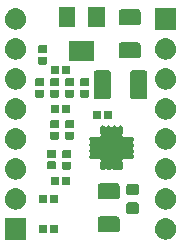
<source format=gts>
%TF.GenerationSoftware,KiCad,Pcbnew,6.0.0-rc1-unknown-2c0fe8f~66~ubuntu18.04.1*%
%TF.CreationDate,2018-10-10T11:30:18+02:00*%
%TF.ProjectId,stspin220,73747370696E3232302E6B696361645F,rev?*%
%TF.SameCoordinates,Original*%
%TF.FileFunction,Soldermask,Top*%
%TF.FilePolarity,Negative*%
%FSLAX46Y46*%
G04 Gerber Fmt 4.6, Leading zero omitted, Abs format (unit mm)*
G04 Created by KiCad (PCBNEW 6.0.0-rc1-unknown-2c0fe8f~66~ubuntu18.04.1) date Wed Oct 10 11:30:18 2018*
%MOMM*%
%LPD*%
G01*
G04 APERTURE LIST*
%ADD10C,0.100000*%
G04 APERTURE END LIST*
D10*
G36*
X149970443Y-113405519D02*
X150036627Y-113412037D01*
X150149853Y-113446384D01*
X150206467Y-113463557D01*
X150305328Y-113516400D01*
X150362991Y-113547222D01*
X150398729Y-113576552D01*
X150500186Y-113659814D01*
X150583448Y-113761271D01*
X150612778Y-113797009D01*
X150612779Y-113797011D01*
X150696443Y-113953533D01*
X150704372Y-113979671D01*
X150747963Y-114123373D01*
X150765359Y-114300000D01*
X150747963Y-114476627D01*
X150724969Y-114552429D01*
X150696443Y-114646467D01*
X150622348Y-114785087D01*
X150612778Y-114802991D01*
X150583448Y-114838729D01*
X150500186Y-114940186D01*
X150398729Y-115023448D01*
X150362991Y-115052778D01*
X150362989Y-115052779D01*
X150206467Y-115136443D01*
X150149853Y-115153616D01*
X150036627Y-115187963D01*
X149970442Y-115194482D01*
X149904260Y-115201000D01*
X149815740Y-115201000D01*
X149749558Y-115194482D01*
X149683373Y-115187963D01*
X149570147Y-115153616D01*
X149513533Y-115136443D01*
X149357011Y-115052779D01*
X149357009Y-115052778D01*
X149321271Y-115023448D01*
X149219814Y-114940186D01*
X149136552Y-114838729D01*
X149107222Y-114802991D01*
X149097652Y-114785087D01*
X149023557Y-114646467D01*
X148995031Y-114552429D01*
X148972037Y-114476627D01*
X148954641Y-114300000D01*
X148972037Y-114123373D01*
X149015628Y-113979671D01*
X149023557Y-113953533D01*
X149107221Y-113797011D01*
X149107222Y-113797009D01*
X149136552Y-113761271D01*
X149219814Y-113659814D01*
X149321271Y-113576552D01*
X149357009Y-113547222D01*
X149414672Y-113516400D01*
X149513533Y-113463557D01*
X149570147Y-113446384D01*
X149683373Y-113412037D01*
X149749557Y-113405519D01*
X149815740Y-113399000D01*
X149904260Y-113399000D01*
X149970443Y-113405519D01*
X149970443Y-113405519D01*
G37*
G36*
X138061000Y-115201000D02*
X136259000Y-115201000D01*
X136259000Y-113399000D01*
X138061000Y-113399000D01*
X138061000Y-115201000D01*
X138061000Y-115201000D01*
G37*
G36*
X139725938Y-113931716D02*
X139746556Y-113937970D01*
X139765556Y-113948126D01*
X139782208Y-113961792D01*
X139795874Y-113978444D01*
X139806030Y-113997444D01*
X139812284Y-114018062D01*
X139815000Y-114045640D01*
X139815000Y-114554360D01*
X139812284Y-114581938D01*
X139806030Y-114602556D01*
X139795874Y-114621556D01*
X139782208Y-114638208D01*
X139765556Y-114651874D01*
X139746556Y-114662030D01*
X139725938Y-114668284D01*
X139698360Y-114671000D01*
X139239640Y-114671000D01*
X139212062Y-114668284D01*
X139191444Y-114662030D01*
X139172444Y-114651874D01*
X139155792Y-114638208D01*
X139142126Y-114621556D01*
X139131970Y-114602556D01*
X139125716Y-114581938D01*
X139123000Y-114554360D01*
X139123000Y-114045640D01*
X139125716Y-114018062D01*
X139131970Y-113997444D01*
X139142126Y-113978444D01*
X139155792Y-113961792D01*
X139172444Y-113948126D01*
X139191444Y-113937970D01*
X139212062Y-113931716D01*
X139239640Y-113929000D01*
X139698360Y-113929000D01*
X139725938Y-113931716D01*
X139725938Y-113931716D01*
G37*
G36*
X140695938Y-113931716D02*
X140716556Y-113937970D01*
X140735556Y-113948126D01*
X140752208Y-113961792D01*
X140765874Y-113978444D01*
X140776030Y-113997444D01*
X140782284Y-114018062D01*
X140785000Y-114045640D01*
X140785000Y-114554360D01*
X140782284Y-114581938D01*
X140776030Y-114602556D01*
X140765874Y-114621556D01*
X140752208Y-114638208D01*
X140735556Y-114651874D01*
X140716556Y-114662030D01*
X140695938Y-114668284D01*
X140668360Y-114671000D01*
X140209640Y-114671000D01*
X140182062Y-114668284D01*
X140161444Y-114662030D01*
X140142444Y-114651874D01*
X140125792Y-114638208D01*
X140112126Y-114621556D01*
X140101970Y-114602556D01*
X140095716Y-114581938D01*
X140093000Y-114554360D01*
X140093000Y-114045640D01*
X140095716Y-114018062D01*
X140101970Y-113997444D01*
X140112126Y-113978444D01*
X140125792Y-113961792D01*
X140142444Y-113948126D01*
X140161444Y-113937970D01*
X140182062Y-113931716D01*
X140209640Y-113929000D01*
X140668360Y-113929000D01*
X140695938Y-113931716D01*
X140695938Y-113931716D01*
G37*
G36*
X145802604Y-113250347D02*
X145839145Y-113261432D01*
X145872820Y-113279431D01*
X145902341Y-113303659D01*
X145926569Y-113333180D01*
X145944568Y-113366855D01*
X145955653Y-113403396D01*
X145960000Y-113447538D01*
X145960000Y-114396462D01*
X145955653Y-114440604D01*
X145944568Y-114477145D01*
X145926569Y-114510820D01*
X145902341Y-114540341D01*
X145872820Y-114564569D01*
X145839145Y-114582568D01*
X145802604Y-114593653D01*
X145758462Y-114598000D01*
X144309538Y-114598000D01*
X144265396Y-114593653D01*
X144228855Y-114582568D01*
X144195180Y-114564569D01*
X144165659Y-114540341D01*
X144141431Y-114510820D01*
X144123432Y-114477145D01*
X144112347Y-114440604D01*
X144108000Y-114396462D01*
X144108000Y-113447538D01*
X144112347Y-113403396D01*
X144123432Y-113366855D01*
X144141431Y-113333180D01*
X144165659Y-113303659D01*
X144195180Y-113279431D01*
X144228855Y-113261432D01*
X144265396Y-113250347D01*
X144309538Y-113246000D01*
X145758462Y-113246000D01*
X145802604Y-113250347D01*
X145802604Y-113250347D01*
G37*
G36*
X147445591Y-112063085D02*
X147479569Y-112073393D01*
X147510887Y-112090133D01*
X147538339Y-112112661D01*
X147560867Y-112140113D01*
X147577607Y-112171431D01*
X147587915Y-112205409D01*
X147592000Y-112246890D01*
X147592000Y-112848110D01*
X147587915Y-112889591D01*
X147577607Y-112923569D01*
X147560867Y-112954887D01*
X147538339Y-112982339D01*
X147510887Y-113004867D01*
X147479569Y-113021607D01*
X147445591Y-113031915D01*
X147404110Y-113036000D01*
X146727890Y-113036000D01*
X146686409Y-113031915D01*
X146652431Y-113021607D01*
X146621113Y-113004867D01*
X146593661Y-112982339D01*
X146571133Y-112954887D01*
X146554393Y-112923569D01*
X146544085Y-112889591D01*
X146540000Y-112848110D01*
X146540000Y-112246890D01*
X146544085Y-112205409D01*
X146554393Y-112171431D01*
X146571133Y-112140113D01*
X146593661Y-112112661D01*
X146621113Y-112090133D01*
X146652431Y-112073393D01*
X146686409Y-112063085D01*
X146727890Y-112059000D01*
X147404110Y-112059000D01*
X147445591Y-112063085D01*
X147445591Y-112063085D01*
G37*
G36*
X149970442Y-110865518D02*
X150036627Y-110872037D01*
X150149853Y-110906384D01*
X150206467Y-110923557D01*
X150345087Y-110997652D01*
X150362991Y-111007222D01*
X150398729Y-111036552D01*
X150500186Y-111119814D01*
X150579738Y-111216750D01*
X150612778Y-111257009D01*
X150612779Y-111257011D01*
X150696443Y-111413533D01*
X150709763Y-111457444D01*
X150747963Y-111583373D01*
X150765359Y-111760000D01*
X150747963Y-111936627D01*
X150731241Y-111991751D01*
X150696443Y-112106467D01*
X150641220Y-112209780D01*
X150612778Y-112262991D01*
X150583448Y-112298729D01*
X150500186Y-112400186D01*
X150398729Y-112483448D01*
X150362991Y-112512778D01*
X150362989Y-112512779D01*
X150206467Y-112596443D01*
X150149853Y-112613616D01*
X150036627Y-112647963D01*
X149970442Y-112654482D01*
X149904260Y-112661000D01*
X149815740Y-112661000D01*
X149749558Y-112654482D01*
X149683373Y-112647963D01*
X149570147Y-112613616D01*
X149513533Y-112596443D01*
X149357011Y-112512779D01*
X149357009Y-112512778D01*
X149321271Y-112483448D01*
X149219814Y-112400186D01*
X149136552Y-112298729D01*
X149107222Y-112262991D01*
X149078780Y-112209780D01*
X149023557Y-112106467D01*
X148988759Y-111991751D01*
X148972037Y-111936627D01*
X148954641Y-111760000D01*
X148972037Y-111583373D01*
X149010237Y-111457444D01*
X149023557Y-111413533D01*
X149107221Y-111257011D01*
X149107222Y-111257009D01*
X149140262Y-111216750D01*
X149219814Y-111119814D01*
X149321271Y-111036552D01*
X149357009Y-111007222D01*
X149374913Y-110997652D01*
X149513533Y-110923557D01*
X149570147Y-110906384D01*
X149683373Y-110872037D01*
X149749558Y-110865518D01*
X149815740Y-110859000D01*
X149904260Y-110859000D01*
X149970442Y-110865518D01*
X149970442Y-110865518D01*
G37*
G36*
X137270442Y-110865518D02*
X137336627Y-110872037D01*
X137449853Y-110906384D01*
X137506467Y-110923557D01*
X137645087Y-110997652D01*
X137662991Y-111007222D01*
X137698729Y-111036552D01*
X137800186Y-111119814D01*
X137879738Y-111216750D01*
X137912778Y-111257009D01*
X137912779Y-111257011D01*
X137996443Y-111413533D01*
X138009763Y-111457444D01*
X138047963Y-111583373D01*
X138065359Y-111760000D01*
X138047963Y-111936627D01*
X138031241Y-111991751D01*
X137996443Y-112106467D01*
X137941220Y-112209780D01*
X137912778Y-112262991D01*
X137883448Y-112298729D01*
X137800186Y-112400186D01*
X137698729Y-112483448D01*
X137662991Y-112512778D01*
X137662989Y-112512779D01*
X137506467Y-112596443D01*
X137449853Y-112613616D01*
X137336627Y-112647963D01*
X137270442Y-112654482D01*
X137204260Y-112661000D01*
X137115740Y-112661000D01*
X137049558Y-112654482D01*
X136983373Y-112647963D01*
X136870147Y-112613616D01*
X136813533Y-112596443D01*
X136657011Y-112512779D01*
X136657009Y-112512778D01*
X136621271Y-112483448D01*
X136519814Y-112400186D01*
X136436552Y-112298729D01*
X136407222Y-112262991D01*
X136378780Y-112209780D01*
X136323557Y-112106467D01*
X136288759Y-111991751D01*
X136272037Y-111936627D01*
X136254641Y-111760000D01*
X136272037Y-111583373D01*
X136310237Y-111457444D01*
X136323557Y-111413533D01*
X136407221Y-111257011D01*
X136407222Y-111257009D01*
X136440262Y-111216750D01*
X136519814Y-111119814D01*
X136621271Y-111036552D01*
X136657009Y-111007222D01*
X136674913Y-110997652D01*
X136813533Y-110923557D01*
X136870147Y-110906384D01*
X136983373Y-110872037D01*
X137049558Y-110865518D01*
X137115740Y-110859000D01*
X137204260Y-110859000D01*
X137270442Y-110865518D01*
X137270442Y-110865518D01*
G37*
G36*
X140695938Y-111391716D02*
X140716556Y-111397970D01*
X140735556Y-111408126D01*
X140752208Y-111421792D01*
X140765874Y-111438444D01*
X140776030Y-111457444D01*
X140782284Y-111478062D01*
X140785000Y-111505640D01*
X140785000Y-112014360D01*
X140782284Y-112041938D01*
X140776030Y-112062556D01*
X140765874Y-112081556D01*
X140752208Y-112098208D01*
X140735556Y-112111874D01*
X140716556Y-112122030D01*
X140695938Y-112128284D01*
X140668360Y-112131000D01*
X140209640Y-112131000D01*
X140182062Y-112128284D01*
X140161444Y-112122030D01*
X140142444Y-112111874D01*
X140125792Y-112098208D01*
X140112126Y-112081556D01*
X140101970Y-112062556D01*
X140095716Y-112041938D01*
X140093000Y-112014360D01*
X140093000Y-111505640D01*
X140095716Y-111478062D01*
X140101970Y-111457444D01*
X140112126Y-111438444D01*
X140125792Y-111421792D01*
X140142444Y-111408126D01*
X140161444Y-111397970D01*
X140182062Y-111391716D01*
X140209640Y-111389000D01*
X140668360Y-111389000D01*
X140695938Y-111391716D01*
X140695938Y-111391716D01*
G37*
G36*
X139725938Y-111391716D02*
X139746556Y-111397970D01*
X139765556Y-111408126D01*
X139782208Y-111421792D01*
X139795874Y-111438444D01*
X139806030Y-111457444D01*
X139812284Y-111478062D01*
X139815000Y-111505640D01*
X139815000Y-112014360D01*
X139812284Y-112041938D01*
X139806030Y-112062556D01*
X139795874Y-112081556D01*
X139782208Y-112098208D01*
X139765556Y-112111874D01*
X139746556Y-112122030D01*
X139725938Y-112128284D01*
X139698360Y-112131000D01*
X139239640Y-112131000D01*
X139212062Y-112128284D01*
X139191444Y-112122030D01*
X139172444Y-112111874D01*
X139155792Y-112098208D01*
X139142126Y-112081556D01*
X139131970Y-112062556D01*
X139125716Y-112041938D01*
X139123000Y-112014360D01*
X139123000Y-111505640D01*
X139125716Y-111478062D01*
X139131970Y-111457444D01*
X139142126Y-111438444D01*
X139155792Y-111421792D01*
X139172444Y-111408126D01*
X139191444Y-111397970D01*
X139212062Y-111391716D01*
X139239640Y-111389000D01*
X139698360Y-111389000D01*
X139725938Y-111391716D01*
X139725938Y-111391716D01*
G37*
G36*
X145802604Y-110450347D02*
X145839145Y-110461432D01*
X145872820Y-110479431D01*
X145902341Y-110503659D01*
X145926569Y-110533180D01*
X145944568Y-110566855D01*
X145955653Y-110603396D01*
X145960000Y-110647538D01*
X145960000Y-111596462D01*
X145955653Y-111640604D01*
X145944568Y-111677145D01*
X145926569Y-111710820D01*
X145902341Y-111740341D01*
X145872820Y-111764569D01*
X145839145Y-111782568D01*
X145802604Y-111793653D01*
X145758462Y-111798000D01*
X144309538Y-111798000D01*
X144265396Y-111793653D01*
X144228855Y-111782568D01*
X144195180Y-111764569D01*
X144165659Y-111740341D01*
X144141431Y-111710820D01*
X144123432Y-111677145D01*
X144112347Y-111640604D01*
X144108000Y-111596462D01*
X144108000Y-110647538D01*
X144112347Y-110603396D01*
X144123432Y-110566855D01*
X144141431Y-110533180D01*
X144165659Y-110503659D01*
X144195180Y-110479431D01*
X144228855Y-110461432D01*
X144265396Y-110450347D01*
X144309538Y-110446000D01*
X145758462Y-110446000D01*
X145802604Y-110450347D01*
X145802604Y-110450347D01*
G37*
G36*
X147445591Y-110488085D02*
X147479569Y-110498393D01*
X147510887Y-110515133D01*
X147538339Y-110537661D01*
X147560867Y-110565113D01*
X147577607Y-110596431D01*
X147587915Y-110630409D01*
X147592000Y-110671890D01*
X147592000Y-111273110D01*
X147587915Y-111314591D01*
X147577607Y-111348569D01*
X147560867Y-111379887D01*
X147538339Y-111407339D01*
X147510887Y-111429867D01*
X147479569Y-111446607D01*
X147445591Y-111456915D01*
X147404110Y-111461000D01*
X146727890Y-111461000D01*
X146686409Y-111456915D01*
X146652431Y-111446607D01*
X146621113Y-111429867D01*
X146593661Y-111407339D01*
X146571133Y-111379887D01*
X146554393Y-111348569D01*
X146544085Y-111314591D01*
X146540000Y-111273110D01*
X146540000Y-110671890D01*
X146544085Y-110630409D01*
X146554393Y-110596431D01*
X146571133Y-110565113D01*
X146593661Y-110537661D01*
X146621113Y-110515133D01*
X146652431Y-110498393D01*
X146686409Y-110488085D01*
X146727890Y-110484000D01*
X147404110Y-110484000D01*
X147445591Y-110488085D01*
X147445591Y-110488085D01*
G37*
G36*
X141711938Y-109867716D02*
X141732556Y-109873970D01*
X141751556Y-109884126D01*
X141768208Y-109897792D01*
X141781874Y-109914444D01*
X141792030Y-109933444D01*
X141798284Y-109954062D01*
X141801000Y-109981640D01*
X141801000Y-110490360D01*
X141798284Y-110517938D01*
X141792030Y-110538556D01*
X141781874Y-110557556D01*
X141768208Y-110574208D01*
X141751556Y-110587874D01*
X141732556Y-110598030D01*
X141711938Y-110604284D01*
X141684360Y-110607000D01*
X141225640Y-110607000D01*
X141198062Y-110604284D01*
X141177444Y-110598030D01*
X141158444Y-110587874D01*
X141141792Y-110574208D01*
X141128126Y-110557556D01*
X141117970Y-110538556D01*
X141111716Y-110517938D01*
X141109000Y-110490360D01*
X141109000Y-109981640D01*
X141111716Y-109954062D01*
X141117970Y-109933444D01*
X141128126Y-109914444D01*
X141141792Y-109897792D01*
X141158444Y-109884126D01*
X141177444Y-109873970D01*
X141198062Y-109867716D01*
X141225640Y-109865000D01*
X141684360Y-109865000D01*
X141711938Y-109867716D01*
X141711938Y-109867716D01*
G37*
G36*
X140741938Y-109867716D02*
X140762556Y-109873970D01*
X140781556Y-109884126D01*
X140798208Y-109897792D01*
X140811874Y-109914444D01*
X140822030Y-109933444D01*
X140828284Y-109954062D01*
X140831000Y-109981640D01*
X140831000Y-110490360D01*
X140828284Y-110517938D01*
X140822030Y-110538556D01*
X140811874Y-110557556D01*
X140798208Y-110574208D01*
X140781556Y-110587874D01*
X140762556Y-110598030D01*
X140741938Y-110604284D01*
X140714360Y-110607000D01*
X140255640Y-110607000D01*
X140228062Y-110604284D01*
X140207444Y-110598030D01*
X140188444Y-110587874D01*
X140171792Y-110574208D01*
X140158126Y-110557556D01*
X140147970Y-110538556D01*
X140141716Y-110517938D01*
X140139000Y-110490360D01*
X140139000Y-109981640D01*
X140141716Y-109954062D01*
X140147970Y-109933444D01*
X140158126Y-109914444D01*
X140171792Y-109897792D01*
X140188444Y-109884126D01*
X140207444Y-109873970D01*
X140228062Y-109867716D01*
X140255640Y-109865000D01*
X140714360Y-109865000D01*
X140741938Y-109867716D01*
X140741938Y-109867716D01*
G37*
G36*
X137270443Y-108325519D02*
X137336627Y-108332037D01*
X137428591Y-108359934D01*
X137506467Y-108383557D01*
X137609634Y-108438702D01*
X137662991Y-108467222D01*
X137695509Y-108493909D01*
X137800186Y-108579814D01*
X137877388Y-108673886D01*
X137912778Y-108717009D01*
X137912779Y-108717011D01*
X137996443Y-108873533D01*
X137996443Y-108873534D01*
X138047963Y-109043373D01*
X138065359Y-109220000D01*
X138047963Y-109396627D01*
X138013616Y-109509853D01*
X137996443Y-109566467D01*
X137922348Y-109705087D01*
X137912778Y-109722991D01*
X137883448Y-109758729D01*
X137800186Y-109860186D01*
X137700633Y-109941886D01*
X137662991Y-109972778D01*
X137662989Y-109972779D01*
X137506467Y-110056443D01*
X137449853Y-110073616D01*
X137336627Y-110107963D01*
X137270443Y-110114481D01*
X137204260Y-110121000D01*
X137115740Y-110121000D01*
X137049557Y-110114481D01*
X136983373Y-110107963D01*
X136870147Y-110073616D01*
X136813533Y-110056443D01*
X136657011Y-109972779D01*
X136657009Y-109972778D01*
X136619367Y-109941886D01*
X136519814Y-109860186D01*
X136436552Y-109758729D01*
X136407222Y-109722991D01*
X136397652Y-109705087D01*
X136323557Y-109566467D01*
X136306384Y-109509853D01*
X136272037Y-109396627D01*
X136254641Y-109220000D01*
X136272037Y-109043373D01*
X136323557Y-108873534D01*
X136323557Y-108873533D01*
X136407221Y-108717011D01*
X136407222Y-108717009D01*
X136442612Y-108673886D01*
X136519814Y-108579814D01*
X136624491Y-108493909D01*
X136657009Y-108467222D01*
X136710366Y-108438702D01*
X136813533Y-108383557D01*
X136891409Y-108359934D01*
X136983373Y-108332037D01*
X137049557Y-108325519D01*
X137115740Y-108319000D01*
X137204260Y-108319000D01*
X137270443Y-108325519D01*
X137270443Y-108325519D01*
G37*
G36*
X149970443Y-108325519D02*
X150036627Y-108332037D01*
X150128591Y-108359934D01*
X150206467Y-108383557D01*
X150309634Y-108438702D01*
X150362991Y-108467222D01*
X150395509Y-108493909D01*
X150500186Y-108579814D01*
X150577388Y-108673886D01*
X150612778Y-108717009D01*
X150612779Y-108717011D01*
X150696443Y-108873533D01*
X150696443Y-108873534D01*
X150747963Y-109043373D01*
X150765359Y-109220000D01*
X150747963Y-109396627D01*
X150713616Y-109509853D01*
X150696443Y-109566467D01*
X150622348Y-109705087D01*
X150612778Y-109722991D01*
X150583448Y-109758729D01*
X150500186Y-109860186D01*
X150400633Y-109941886D01*
X150362991Y-109972778D01*
X150362989Y-109972779D01*
X150206467Y-110056443D01*
X150149853Y-110073616D01*
X150036627Y-110107963D01*
X149970443Y-110114481D01*
X149904260Y-110121000D01*
X149815740Y-110121000D01*
X149749557Y-110114481D01*
X149683373Y-110107963D01*
X149570147Y-110073616D01*
X149513533Y-110056443D01*
X149357011Y-109972779D01*
X149357009Y-109972778D01*
X149319367Y-109941886D01*
X149219814Y-109860186D01*
X149136552Y-109758729D01*
X149107222Y-109722991D01*
X149097652Y-109705087D01*
X149023557Y-109566467D01*
X149006384Y-109509853D01*
X148972037Y-109396627D01*
X148954641Y-109220000D01*
X148972037Y-109043373D01*
X149023557Y-108873534D01*
X149023557Y-108873533D01*
X149107221Y-108717011D01*
X149107222Y-108717009D01*
X149142612Y-108673886D01*
X149219814Y-108579814D01*
X149324491Y-108493909D01*
X149357009Y-108467222D01*
X149410366Y-108438702D01*
X149513533Y-108383557D01*
X149591409Y-108359934D01*
X149683373Y-108332037D01*
X149749557Y-108325519D01*
X149815740Y-108319000D01*
X149904260Y-108319000D01*
X149970443Y-108325519D01*
X149970443Y-108325519D01*
G37*
G36*
X146077398Y-105543908D02*
X146077401Y-105543909D01*
X146077402Y-105543909D01*
X146115290Y-105555402D01*
X146150209Y-105574066D01*
X146180816Y-105599184D01*
X146205934Y-105629790D01*
X146224598Y-105664709D01*
X146232251Y-105689938D01*
X146236092Y-105702600D01*
X146239000Y-105732127D01*
X146239000Y-106201873D01*
X146236092Y-106231400D01*
X146236091Y-106231403D01*
X146224598Y-106269291D01*
X146205934Y-106304210D01*
X146205932Y-106304212D01*
X146204402Y-106307075D01*
X146195025Y-106329714D01*
X146190244Y-106353747D01*
X146190244Y-106378252D01*
X146195024Y-106402285D01*
X146204402Y-106424924D01*
X146218015Y-106445299D01*
X146235342Y-106462626D01*
X146255362Y-106476003D01*
X146260066Y-106484804D01*
X146275612Y-106503746D01*
X146294554Y-106519292D01*
X146316165Y-106530843D01*
X146339614Y-106537956D01*
X146364000Y-106540358D01*
X146388386Y-106537956D01*
X146411835Y-106530843D01*
X146422925Y-106525598D01*
X146425788Y-106524068D01*
X146425790Y-106524066D01*
X146460709Y-106505402D01*
X146498597Y-106493909D01*
X146498600Y-106493908D01*
X146528127Y-106491000D01*
X146997873Y-106491000D01*
X147027400Y-106493908D01*
X147027403Y-106493909D01*
X147065291Y-106505402D01*
X147100210Y-106524066D01*
X147130816Y-106549184D01*
X147155934Y-106579790D01*
X147171948Y-106609751D01*
X147174597Y-106614707D01*
X147186092Y-106652600D01*
X147189972Y-106692000D01*
X147186092Y-106731400D01*
X147186091Y-106731403D01*
X147174598Y-106769291D01*
X147155934Y-106804210D01*
X147130816Y-106834816D01*
X147130814Y-106834818D01*
X147117952Y-106845373D01*
X147100625Y-106862700D01*
X147087011Y-106883074D01*
X147077633Y-106905713D01*
X147072852Y-106929746D01*
X147072852Y-106954251D01*
X147077632Y-106978284D01*
X147087009Y-107000923D01*
X147100623Y-107021298D01*
X147117950Y-107038625D01*
X147130816Y-107049184D01*
X147155934Y-107079790D01*
X147173466Y-107112590D01*
X147174597Y-107114707D01*
X147186092Y-107152600D01*
X147189972Y-107192000D01*
X147186092Y-107231400D01*
X147186091Y-107231403D01*
X147174598Y-107269291D01*
X147155934Y-107304210D01*
X147130816Y-107334816D01*
X147130814Y-107334818D01*
X147117952Y-107345373D01*
X147100625Y-107362700D01*
X147087011Y-107383074D01*
X147077633Y-107405713D01*
X147072852Y-107429746D01*
X147072852Y-107454251D01*
X147077632Y-107478284D01*
X147087009Y-107500923D01*
X147100623Y-107521298D01*
X147117950Y-107538625D01*
X147130816Y-107549184D01*
X147155934Y-107579790D01*
X147174598Y-107614709D01*
X147180194Y-107633156D01*
X147186092Y-107652600D01*
X147189972Y-107692000D01*
X147186092Y-107731400D01*
X147186091Y-107731403D01*
X147174598Y-107769291D01*
X147155934Y-107804210D01*
X147130816Y-107834816D01*
X147130814Y-107834818D01*
X147117952Y-107845373D01*
X147100625Y-107862700D01*
X147087011Y-107883074D01*
X147077633Y-107905713D01*
X147072852Y-107929746D01*
X147072852Y-107954251D01*
X147077632Y-107978284D01*
X147087009Y-108000923D01*
X147100623Y-108021298D01*
X147117950Y-108038625D01*
X147130816Y-108049184D01*
X147155934Y-108079790D01*
X147173466Y-108112590D01*
X147174597Y-108114707D01*
X147186092Y-108152600D01*
X147189972Y-108192000D01*
X147186092Y-108231400D01*
X147186091Y-108231403D01*
X147174598Y-108269291D01*
X147155934Y-108304210D01*
X147130816Y-108334816D01*
X147100210Y-108359934D01*
X147065291Y-108378598D01*
X147034455Y-108387952D01*
X147027400Y-108390092D01*
X146997873Y-108393000D01*
X146528127Y-108393000D01*
X146498600Y-108390092D01*
X146491545Y-108387952D01*
X146460709Y-108378598D01*
X146425790Y-108359934D01*
X146425788Y-108359932D01*
X146422925Y-108358402D01*
X146400286Y-108349025D01*
X146376253Y-108344244D01*
X146351748Y-108344244D01*
X146327715Y-108349024D01*
X146305076Y-108358402D01*
X146284701Y-108372015D01*
X146267374Y-108389342D01*
X146253997Y-108409362D01*
X146245196Y-108414066D01*
X146226254Y-108429612D01*
X146210708Y-108448554D01*
X146199157Y-108470165D01*
X146192044Y-108493614D01*
X146189642Y-108518000D01*
X146192044Y-108542386D01*
X146199157Y-108565835D01*
X146204402Y-108576925D01*
X146205932Y-108579788D01*
X146205934Y-108579790D01*
X146224598Y-108614709D01*
X146227620Y-108624671D01*
X146236092Y-108652600D01*
X146239000Y-108682127D01*
X146239000Y-109151873D01*
X146236092Y-109181400D01*
X146236091Y-109181403D01*
X146224598Y-109219291D01*
X146205934Y-109254210D01*
X146180816Y-109284816D01*
X146150210Y-109309934D01*
X146115291Y-109328598D01*
X146084455Y-109337952D01*
X146077400Y-109340092D01*
X146038000Y-109343972D01*
X145998602Y-109340092D01*
X145998599Y-109340091D01*
X145998598Y-109340091D01*
X145960710Y-109328598D01*
X145925791Y-109309934D01*
X145895185Y-109284816D01*
X145884625Y-109271949D01*
X145867301Y-109254625D01*
X145846927Y-109241011D01*
X145824288Y-109231633D01*
X145800255Y-109226852D01*
X145775750Y-109226852D01*
X145751717Y-109231632D01*
X145729078Y-109241009D01*
X145708703Y-109254623D01*
X145691376Y-109271949D01*
X145691374Y-109271952D01*
X145680816Y-109284816D01*
X145650210Y-109309934D01*
X145615291Y-109328598D01*
X145584455Y-109337952D01*
X145577400Y-109340092D01*
X145538000Y-109343972D01*
X145498602Y-109340092D01*
X145498599Y-109340091D01*
X145498598Y-109340091D01*
X145460710Y-109328598D01*
X145425791Y-109309934D01*
X145395185Y-109284816D01*
X145384625Y-109271949D01*
X145367301Y-109254625D01*
X145346927Y-109241011D01*
X145324288Y-109231633D01*
X145300255Y-109226852D01*
X145275750Y-109226852D01*
X145251717Y-109231632D01*
X145229078Y-109241009D01*
X145208703Y-109254623D01*
X145191376Y-109271949D01*
X145191374Y-109271952D01*
X145180816Y-109284816D01*
X145150210Y-109309934D01*
X145115291Y-109328598D01*
X145084455Y-109337952D01*
X145077400Y-109340092D01*
X145038000Y-109343972D01*
X144998602Y-109340092D01*
X144998599Y-109340091D01*
X144998598Y-109340091D01*
X144960710Y-109328598D01*
X144925791Y-109309934D01*
X144895185Y-109284816D01*
X144884625Y-109271949D01*
X144867301Y-109254625D01*
X144846927Y-109241011D01*
X144824288Y-109231633D01*
X144800255Y-109226852D01*
X144775750Y-109226852D01*
X144751717Y-109231632D01*
X144729078Y-109241009D01*
X144708703Y-109254623D01*
X144691376Y-109271949D01*
X144691374Y-109271952D01*
X144680816Y-109284816D01*
X144650210Y-109309934D01*
X144615291Y-109328598D01*
X144584455Y-109337952D01*
X144577400Y-109340092D01*
X144538000Y-109343972D01*
X144498602Y-109340092D01*
X144498599Y-109340091D01*
X144498598Y-109340091D01*
X144460710Y-109328598D01*
X144425791Y-109309934D01*
X144395185Y-109284816D01*
X144370067Y-109254210D01*
X144351403Y-109219291D01*
X144339910Y-109181403D01*
X144339910Y-109181402D01*
X144339909Y-109181399D01*
X144337000Y-109151869D01*
X144337000Y-108682128D01*
X144339908Y-108652601D01*
X144351403Y-108614706D01*
X144368367Y-108582970D01*
X144370066Y-108579791D01*
X144370068Y-108579789D01*
X144371598Y-108576926D01*
X144380976Y-108554287D01*
X144385757Y-108530254D01*
X144385757Y-108505749D01*
X144380977Y-108481716D01*
X144371600Y-108459077D01*
X144357986Y-108438702D01*
X144340659Y-108421375D01*
X144320638Y-108407997D01*
X144315934Y-108399196D01*
X144300388Y-108380254D01*
X144281446Y-108364708D01*
X144259835Y-108353157D01*
X144236386Y-108346044D01*
X144212000Y-108343642D01*
X144187614Y-108346044D01*
X144164165Y-108353157D01*
X144153075Y-108358402D01*
X144150212Y-108359932D01*
X144150210Y-108359934D01*
X144115291Y-108378598D01*
X144084455Y-108387952D01*
X144077400Y-108390092D01*
X144047873Y-108393000D01*
X143578127Y-108393000D01*
X143548600Y-108390092D01*
X143541545Y-108387952D01*
X143510709Y-108378598D01*
X143475790Y-108359934D01*
X143445184Y-108334816D01*
X143420066Y-108304210D01*
X143401402Y-108269291D01*
X143389909Y-108231403D01*
X143389908Y-108231400D01*
X143386028Y-108192000D01*
X143389908Y-108152600D01*
X143401403Y-108114707D01*
X143402534Y-108112590D01*
X143420066Y-108079790D01*
X143445184Y-108049184D01*
X143458050Y-108038625D01*
X143475375Y-108021300D01*
X143488989Y-108000926D01*
X143498367Y-107978287D01*
X143503148Y-107954254D01*
X143503148Y-107929749D01*
X143498368Y-107905716D01*
X143488991Y-107883077D01*
X143475377Y-107862702D01*
X143458048Y-107845373D01*
X143445186Y-107834818D01*
X143445184Y-107834816D01*
X143420066Y-107804210D01*
X143401402Y-107769291D01*
X143389909Y-107731403D01*
X143389908Y-107731400D01*
X143386028Y-107692000D01*
X143389908Y-107652600D01*
X143395806Y-107633156D01*
X143401402Y-107614709D01*
X143420066Y-107579790D01*
X143445184Y-107549184D01*
X143458050Y-107538625D01*
X143475375Y-107521300D01*
X143488989Y-107500926D01*
X143498367Y-107478287D01*
X143503148Y-107454254D01*
X143503148Y-107429749D01*
X143498368Y-107405716D01*
X143488991Y-107383077D01*
X143475377Y-107362702D01*
X143458048Y-107345373D01*
X143445186Y-107334818D01*
X143445184Y-107334816D01*
X143420066Y-107304210D01*
X143401402Y-107269291D01*
X143389909Y-107231403D01*
X143389908Y-107231400D01*
X143386028Y-107192000D01*
X143389908Y-107152600D01*
X143401403Y-107114707D01*
X143402534Y-107112590D01*
X143420066Y-107079790D01*
X143445184Y-107049184D01*
X143458050Y-107038625D01*
X143475375Y-107021300D01*
X143488989Y-107000926D01*
X143498367Y-106978287D01*
X143503148Y-106954254D01*
X143503148Y-106929749D01*
X143498368Y-106905716D01*
X143488991Y-106883077D01*
X143475377Y-106862702D01*
X143458048Y-106845373D01*
X143445186Y-106834818D01*
X143445184Y-106834816D01*
X143420066Y-106804210D01*
X143401402Y-106769291D01*
X143389909Y-106731403D01*
X143389908Y-106731400D01*
X143386028Y-106692000D01*
X143389908Y-106652600D01*
X143401403Y-106614707D01*
X143404052Y-106609751D01*
X143420066Y-106579790D01*
X143445184Y-106549184D01*
X143475790Y-106524066D01*
X143510709Y-106505402D01*
X143548597Y-106493909D01*
X143548600Y-106493908D01*
X143578127Y-106491000D01*
X144047873Y-106491000D01*
X144077400Y-106493908D01*
X144077403Y-106493909D01*
X144115291Y-106505402D01*
X144150210Y-106524066D01*
X144150212Y-106524068D01*
X144153075Y-106525598D01*
X144175714Y-106534975D01*
X144199747Y-106539756D01*
X144224252Y-106539756D01*
X144248285Y-106534976D01*
X144270924Y-106525598D01*
X144291299Y-106511985D01*
X144308626Y-106494658D01*
X144322002Y-106474639D01*
X144330805Y-106469934D01*
X144349747Y-106454388D01*
X144365293Y-106435446D01*
X144376844Y-106413835D01*
X144383957Y-106390386D01*
X144386359Y-106366000D01*
X144383957Y-106341614D01*
X144376844Y-106318165D01*
X144371599Y-106307075D01*
X144370069Y-106304212D01*
X144370067Y-106304210D01*
X144351403Y-106269291D01*
X144339910Y-106231403D01*
X144339910Y-106231402D01*
X144339909Y-106231399D01*
X144337000Y-106201869D01*
X144337000Y-105732128D01*
X144339908Y-105702601D01*
X144351403Y-105664708D01*
X144357999Y-105652368D01*
X144370066Y-105629791D01*
X144395184Y-105599184D01*
X144425790Y-105574066D01*
X144460709Y-105555402D01*
X144498597Y-105543909D01*
X144498600Y-105543908D01*
X144538000Y-105540028D01*
X144577398Y-105543908D01*
X144577401Y-105543909D01*
X144577402Y-105543909D01*
X144615290Y-105555402D01*
X144650209Y-105574066D01*
X144680816Y-105599184D01*
X144680819Y-105599187D01*
X144691373Y-105612048D01*
X144708700Y-105629375D01*
X144729074Y-105642989D01*
X144751713Y-105652367D01*
X144775746Y-105657148D01*
X144800251Y-105657148D01*
X144824284Y-105652368D01*
X144846923Y-105642991D01*
X144867298Y-105629377D01*
X144884627Y-105612048D01*
X144895182Y-105599186D01*
X144895184Y-105599184D01*
X144925790Y-105574066D01*
X144960709Y-105555402D01*
X144998597Y-105543909D01*
X144998600Y-105543908D01*
X145038000Y-105540028D01*
X145077398Y-105543908D01*
X145077401Y-105543909D01*
X145077402Y-105543909D01*
X145115290Y-105555402D01*
X145150209Y-105574066D01*
X145180816Y-105599184D01*
X145180819Y-105599187D01*
X145191373Y-105612048D01*
X145208700Y-105629375D01*
X145229074Y-105642989D01*
X145251713Y-105652367D01*
X145275746Y-105657148D01*
X145300251Y-105657148D01*
X145324284Y-105652368D01*
X145346923Y-105642991D01*
X145367298Y-105629377D01*
X145384627Y-105612048D01*
X145395182Y-105599186D01*
X145395184Y-105599184D01*
X145425790Y-105574066D01*
X145460709Y-105555402D01*
X145498597Y-105543909D01*
X145498600Y-105543908D01*
X145538000Y-105540028D01*
X145577398Y-105543908D01*
X145577401Y-105543909D01*
X145577402Y-105543909D01*
X145615290Y-105555402D01*
X145650209Y-105574066D01*
X145680816Y-105599184D01*
X145680819Y-105599187D01*
X145691373Y-105612048D01*
X145708700Y-105629375D01*
X145729074Y-105642989D01*
X145751713Y-105652367D01*
X145775746Y-105657148D01*
X145800251Y-105657148D01*
X145824284Y-105652368D01*
X145846923Y-105642991D01*
X145867298Y-105629377D01*
X145884627Y-105612048D01*
X145895182Y-105599186D01*
X145895184Y-105599184D01*
X145925790Y-105574066D01*
X145960709Y-105555402D01*
X145998597Y-105543909D01*
X145998600Y-105543908D01*
X146038000Y-105540028D01*
X146077398Y-105543908D01*
X146077398Y-105543908D01*
G37*
G36*
X141759938Y-108599716D02*
X141780556Y-108605970D01*
X141799556Y-108616126D01*
X141816208Y-108629792D01*
X141829874Y-108646444D01*
X141840030Y-108665444D01*
X141846284Y-108686062D01*
X141849000Y-108713640D01*
X141849000Y-109172360D01*
X141846284Y-109199938D01*
X141840030Y-109220556D01*
X141829874Y-109239556D01*
X141816208Y-109256208D01*
X141799556Y-109269874D01*
X141780556Y-109280030D01*
X141759938Y-109286284D01*
X141732360Y-109289000D01*
X141223640Y-109289000D01*
X141196062Y-109286284D01*
X141175444Y-109280030D01*
X141156444Y-109269874D01*
X141139792Y-109256208D01*
X141126126Y-109239556D01*
X141115970Y-109220556D01*
X141109716Y-109199938D01*
X141107000Y-109172360D01*
X141107000Y-108713640D01*
X141109716Y-108686062D01*
X141115970Y-108665444D01*
X141126126Y-108646444D01*
X141139792Y-108629792D01*
X141156444Y-108616126D01*
X141175444Y-108605970D01*
X141196062Y-108599716D01*
X141223640Y-108597000D01*
X141732360Y-108597000D01*
X141759938Y-108599716D01*
X141759938Y-108599716D01*
G37*
G36*
X140489938Y-108576716D02*
X140510556Y-108582970D01*
X140529556Y-108593126D01*
X140546208Y-108606792D01*
X140559874Y-108623444D01*
X140570030Y-108642444D01*
X140576284Y-108663062D01*
X140579000Y-108690640D01*
X140579000Y-109149360D01*
X140576284Y-109176938D01*
X140570030Y-109197556D01*
X140559874Y-109216556D01*
X140546208Y-109233208D01*
X140529556Y-109246874D01*
X140510556Y-109257030D01*
X140489938Y-109263284D01*
X140462360Y-109266000D01*
X139953640Y-109266000D01*
X139926062Y-109263284D01*
X139905444Y-109257030D01*
X139886444Y-109246874D01*
X139869792Y-109233208D01*
X139856126Y-109216556D01*
X139845970Y-109197556D01*
X139839716Y-109176938D01*
X139837000Y-109149360D01*
X139837000Y-108690640D01*
X139839716Y-108663062D01*
X139845970Y-108642444D01*
X139856126Y-108623444D01*
X139869792Y-108606792D01*
X139886444Y-108593126D01*
X139905444Y-108582970D01*
X139926062Y-108576716D01*
X139953640Y-108574000D01*
X140462360Y-108574000D01*
X140489938Y-108576716D01*
X140489938Y-108576716D01*
G37*
G36*
X141759938Y-107629716D02*
X141780556Y-107635970D01*
X141799556Y-107646126D01*
X141816208Y-107659792D01*
X141829874Y-107676444D01*
X141840030Y-107695444D01*
X141846284Y-107716062D01*
X141849000Y-107743640D01*
X141849000Y-108202360D01*
X141846284Y-108229938D01*
X141840030Y-108250556D01*
X141829874Y-108269556D01*
X141816208Y-108286208D01*
X141799556Y-108299874D01*
X141780556Y-108310030D01*
X141759938Y-108316284D01*
X141732360Y-108319000D01*
X141223640Y-108319000D01*
X141196062Y-108316284D01*
X141175444Y-108310030D01*
X141156444Y-108299874D01*
X141139792Y-108286208D01*
X141126126Y-108269556D01*
X141115970Y-108250556D01*
X141109716Y-108229938D01*
X141107000Y-108202360D01*
X141107000Y-107743640D01*
X141109716Y-107716062D01*
X141115970Y-107695444D01*
X141126126Y-107676444D01*
X141139792Y-107659792D01*
X141156444Y-107646126D01*
X141175444Y-107635970D01*
X141196062Y-107629716D01*
X141223640Y-107627000D01*
X141732360Y-107627000D01*
X141759938Y-107629716D01*
X141759938Y-107629716D01*
G37*
G36*
X140489938Y-107606716D02*
X140510556Y-107612970D01*
X140529556Y-107623126D01*
X140546208Y-107636792D01*
X140559874Y-107653444D01*
X140570030Y-107672444D01*
X140576284Y-107693062D01*
X140579000Y-107720640D01*
X140579000Y-108179360D01*
X140576284Y-108206938D01*
X140570030Y-108227556D01*
X140559874Y-108246556D01*
X140546208Y-108263208D01*
X140529556Y-108276874D01*
X140510556Y-108287030D01*
X140489938Y-108293284D01*
X140462360Y-108296000D01*
X139953640Y-108296000D01*
X139926062Y-108293284D01*
X139905444Y-108287030D01*
X139886444Y-108276874D01*
X139869792Y-108263208D01*
X139856126Y-108246556D01*
X139845970Y-108227556D01*
X139839716Y-108206938D01*
X139837000Y-108179360D01*
X139837000Y-107720640D01*
X139839716Y-107693062D01*
X139845970Y-107672444D01*
X139856126Y-107653444D01*
X139869792Y-107636792D01*
X139886444Y-107623126D01*
X139905444Y-107612970D01*
X139926062Y-107606716D01*
X139953640Y-107604000D01*
X140462360Y-107604000D01*
X140489938Y-107606716D01*
X140489938Y-107606716D01*
G37*
G36*
X137270443Y-105785519D02*
X137336627Y-105792037D01*
X137449853Y-105826384D01*
X137506467Y-105843557D01*
X137645087Y-105917652D01*
X137662991Y-105927222D01*
X137698729Y-105956552D01*
X137800186Y-106039814D01*
X137877388Y-106133886D01*
X137912778Y-106177009D01*
X137912779Y-106177011D01*
X137996443Y-106333533D01*
X138010008Y-106378252D01*
X138047963Y-106503373D01*
X138065359Y-106680000D01*
X138047963Y-106856627D01*
X138025782Y-106929749D01*
X137996443Y-107026467D01*
X137922348Y-107165087D01*
X137912778Y-107182991D01*
X137905384Y-107192000D01*
X137800186Y-107320186D01*
X137698729Y-107403448D01*
X137662991Y-107432778D01*
X137662989Y-107432779D01*
X137506467Y-107516443D01*
X137449853Y-107533616D01*
X137336627Y-107567963D01*
X137270443Y-107574481D01*
X137204260Y-107581000D01*
X137115740Y-107581000D01*
X137049557Y-107574481D01*
X136983373Y-107567963D01*
X136870147Y-107533616D01*
X136813533Y-107516443D01*
X136657011Y-107432779D01*
X136657009Y-107432778D01*
X136621271Y-107403448D01*
X136519814Y-107320186D01*
X136414616Y-107192000D01*
X136407222Y-107182991D01*
X136397652Y-107165087D01*
X136323557Y-107026467D01*
X136294218Y-106929749D01*
X136272037Y-106856627D01*
X136254641Y-106680000D01*
X136272037Y-106503373D01*
X136309992Y-106378252D01*
X136323557Y-106333533D01*
X136407221Y-106177011D01*
X136407222Y-106177009D01*
X136442612Y-106133886D01*
X136519814Y-106039814D01*
X136621271Y-105956552D01*
X136657009Y-105927222D01*
X136674913Y-105917652D01*
X136813533Y-105843557D01*
X136870147Y-105826384D01*
X136983373Y-105792037D01*
X137049557Y-105785519D01*
X137115740Y-105779000D01*
X137204260Y-105779000D01*
X137270443Y-105785519D01*
X137270443Y-105785519D01*
G37*
G36*
X149970443Y-105785519D02*
X150036627Y-105792037D01*
X150149853Y-105826384D01*
X150206467Y-105843557D01*
X150345087Y-105917652D01*
X150362991Y-105927222D01*
X150398729Y-105956552D01*
X150500186Y-106039814D01*
X150577388Y-106133886D01*
X150612778Y-106177009D01*
X150612779Y-106177011D01*
X150696443Y-106333533D01*
X150710008Y-106378252D01*
X150747963Y-106503373D01*
X150765359Y-106680000D01*
X150747963Y-106856627D01*
X150725782Y-106929749D01*
X150696443Y-107026467D01*
X150622348Y-107165087D01*
X150612778Y-107182991D01*
X150605384Y-107192000D01*
X150500186Y-107320186D01*
X150398729Y-107403448D01*
X150362991Y-107432778D01*
X150362989Y-107432779D01*
X150206467Y-107516443D01*
X150149853Y-107533616D01*
X150036627Y-107567963D01*
X149970443Y-107574481D01*
X149904260Y-107581000D01*
X149815740Y-107581000D01*
X149749557Y-107574481D01*
X149683373Y-107567963D01*
X149570147Y-107533616D01*
X149513533Y-107516443D01*
X149357011Y-107432779D01*
X149357009Y-107432778D01*
X149321271Y-107403448D01*
X149219814Y-107320186D01*
X149114616Y-107192000D01*
X149107222Y-107182991D01*
X149097652Y-107165087D01*
X149023557Y-107026467D01*
X148994218Y-106929749D01*
X148972037Y-106856627D01*
X148954641Y-106680000D01*
X148972037Y-106503373D01*
X149009992Y-106378252D01*
X149023557Y-106333533D01*
X149107221Y-106177011D01*
X149107222Y-106177009D01*
X149142612Y-106133886D01*
X149219814Y-106039814D01*
X149321271Y-105956552D01*
X149357009Y-105927222D01*
X149374913Y-105917652D01*
X149513533Y-105843557D01*
X149570147Y-105826384D01*
X149683373Y-105792037D01*
X149749557Y-105785519D01*
X149815740Y-105779000D01*
X149904260Y-105779000D01*
X149970443Y-105785519D01*
X149970443Y-105785519D01*
G37*
G36*
X140743938Y-106059716D02*
X140764556Y-106065970D01*
X140783556Y-106076126D01*
X140800208Y-106089792D01*
X140813874Y-106106444D01*
X140824030Y-106125444D01*
X140830284Y-106146062D01*
X140833000Y-106173640D01*
X140833000Y-106632360D01*
X140830284Y-106659938D01*
X140824030Y-106680556D01*
X140813874Y-106699556D01*
X140800208Y-106716208D01*
X140783556Y-106729874D01*
X140764556Y-106740030D01*
X140743938Y-106746284D01*
X140716360Y-106749000D01*
X140207640Y-106749000D01*
X140180062Y-106746284D01*
X140159444Y-106740030D01*
X140140444Y-106729874D01*
X140123792Y-106716208D01*
X140110126Y-106699556D01*
X140099970Y-106680556D01*
X140093716Y-106659938D01*
X140091000Y-106632360D01*
X140091000Y-106173640D01*
X140093716Y-106146062D01*
X140099970Y-106125444D01*
X140110126Y-106106444D01*
X140123792Y-106089792D01*
X140140444Y-106076126D01*
X140159444Y-106065970D01*
X140180062Y-106059716D01*
X140207640Y-106057000D01*
X140716360Y-106057000D01*
X140743938Y-106059716D01*
X140743938Y-106059716D01*
G37*
G36*
X142013938Y-106059716D02*
X142034556Y-106065970D01*
X142053556Y-106076126D01*
X142070208Y-106089792D01*
X142083874Y-106106444D01*
X142094030Y-106125444D01*
X142100284Y-106146062D01*
X142103000Y-106173640D01*
X142103000Y-106632360D01*
X142100284Y-106659938D01*
X142094030Y-106680556D01*
X142083874Y-106699556D01*
X142070208Y-106716208D01*
X142053556Y-106729874D01*
X142034556Y-106740030D01*
X142013938Y-106746284D01*
X141986360Y-106749000D01*
X141477640Y-106749000D01*
X141450062Y-106746284D01*
X141429444Y-106740030D01*
X141410444Y-106729874D01*
X141393792Y-106716208D01*
X141380126Y-106699556D01*
X141369970Y-106680556D01*
X141363716Y-106659938D01*
X141361000Y-106632360D01*
X141361000Y-106173640D01*
X141363716Y-106146062D01*
X141369970Y-106125444D01*
X141380126Y-106106444D01*
X141393792Y-106089792D01*
X141410444Y-106076126D01*
X141429444Y-106065970D01*
X141450062Y-106059716D01*
X141477640Y-106057000D01*
X141986360Y-106057000D01*
X142013938Y-106059716D01*
X142013938Y-106059716D01*
G37*
G36*
X142013938Y-105089716D02*
X142034556Y-105095970D01*
X142053556Y-105106126D01*
X142070208Y-105119792D01*
X142083874Y-105136444D01*
X142094030Y-105155444D01*
X142100284Y-105176062D01*
X142103000Y-105203640D01*
X142103000Y-105662360D01*
X142100284Y-105689938D01*
X142094030Y-105710556D01*
X142083874Y-105729556D01*
X142070208Y-105746208D01*
X142053556Y-105759874D01*
X142034556Y-105770030D01*
X142013938Y-105776284D01*
X141986360Y-105779000D01*
X141477640Y-105779000D01*
X141450062Y-105776284D01*
X141429444Y-105770030D01*
X141410444Y-105759874D01*
X141393792Y-105746208D01*
X141380126Y-105729556D01*
X141369970Y-105710556D01*
X141363716Y-105689938D01*
X141361000Y-105662360D01*
X141361000Y-105203640D01*
X141363716Y-105176062D01*
X141369970Y-105155444D01*
X141380126Y-105136444D01*
X141393792Y-105119792D01*
X141410444Y-105106126D01*
X141429444Y-105095970D01*
X141450062Y-105089716D01*
X141477640Y-105087000D01*
X141986360Y-105087000D01*
X142013938Y-105089716D01*
X142013938Y-105089716D01*
G37*
G36*
X140743938Y-105089716D02*
X140764556Y-105095970D01*
X140783556Y-105106126D01*
X140800208Y-105119792D01*
X140813874Y-105136444D01*
X140824030Y-105155444D01*
X140830284Y-105176062D01*
X140833000Y-105203640D01*
X140833000Y-105662360D01*
X140830284Y-105689938D01*
X140824030Y-105710556D01*
X140813874Y-105729556D01*
X140800208Y-105746208D01*
X140783556Y-105759874D01*
X140764556Y-105770030D01*
X140743938Y-105776284D01*
X140716360Y-105779000D01*
X140207640Y-105779000D01*
X140180062Y-105776284D01*
X140159444Y-105770030D01*
X140140444Y-105759874D01*
X140123792Y-105746208D01*
X140110126Y-105729556D01*
X140099970Y-105710556D01*
X140093716Y-105689938D01*
X140091000Y-105662360D01*
X140091000Y-105203640D01*
X140093716Y-105176062D01*
X140099970Y-105155444D01*
X140110126Y-105136444D01*
X140123792Y-105119792D01*
X140140444Y-105106126D01*
X140159444Y-105095970D01*
X140180062Y-105089716D01*
X140207640Y-105087000D01*
X140716360Y-105087000D01*
X140743938Y-105089716D01*
X140743938Y-105089716D01*
G37*
G36*
X149970443Y-103245519D02*
X150036627Y-103252037D01*
X150149853Y-103286384D01*
X150206467Y-103303557D01*
X150345087Y-103377652D01*
X150362991Y-103387222D01*
X150398729Y-103416552D01*
X150500186Y-103499814D01*
X150583448Y-103601271D01*
X150612778Y-103637009D01*
X150612779Y-103637011D01*
X150696443Y-103793533D01*
X150704372Y-103819671D01*
X150747963Y-103963373D01*
X150765359Y-104140000D01*
X150747963Y-104316627D01*
X150724601Y-104393640D01*
X150696443Y-104486467D01*
X150622348Y-104625087D01*
X150612778Y-104642991D01*
X150583448Y-104678729D01*
X150500186Y-104780186D01*
X150419990Y-104846000D01*
X150362991Y-104892778D01*
X150362989Y-104892779D01*
X150206467Y-104976443D01*
X150174275Y-104986208D01*
X150036627Y-105027963D01*
X149970442Y-105034482D01*
X149904260Y-105041000D01*
X149815740Y-105041000D01*
X149749557Y-105034481D01*
X149683373Y-105027963D01*
X149545725Y-104986208D01*
X149513533Y-104976443D01*
X149357011Y-104892779D01*
X149357009Y-104892778D01*
X149300010Y-104846000D01*
X149219814Y-104780186D01*
X149136552Y-104678729D01*
X149107222Y-104642991D01*
X149097652Y-104625087D01*
X149023557Y-104486467D01*
X148995399Y-104393640D01*
X148972037Y-104316627D01*
X148954641Y-104140000D01*
X148972037Y-103963373D01*
X149015628Y-103819671D01*
X149023557Y-103793533D01*
X149107221Y-103637011D01*
X149107222Y-103637009D01*
X149136552Y-103601271D01*
X149219814Y-103499814D01*
X149321271Y-103416552D01*
X149357009Y-103387222D01*
X149374913Y-103377652D01*
X149513533Y-103303557D01*
X149570147Y-103286384D01*
X149683373Y-103252037D01*
X149749558Y-103245518D01*
X149815740Y-103239000D01*
X149904260Y-103239000D01*
X149970443Y-103245519D01*
X149970443Y-103245519D01*
G37*
G36*
X137270443Y-103245519D02*
X137336627Y-103252037D01*
X137449853Y-103286384D01*
X137506467Y-103303557D01*
X137645087Y-103377652D01*
X137662991Y-103387222D01*
X137698729Y-103416552D01*
X137800186Y-103499814D01*
X137883448Y-103601271D01*
X137912778Y-103637009D01*
X137912779Y-103637011D01*
X137996443Y-103793533D01*
X138004372Y-103819671D01*
X138047963Y-103963373D01*
X138065359Y-104140000D01*
X138047963Y-104316627D01*
X138024601Y-104393640D01*
X137996443Y-104486467D01*
X137922348Y-104625087D01*
X137912778Y-104642991D01*
X137883448Y-104678729D01*
X137800186Y-104780186D01*
X137719990Y-104846000D01*
X137662991Y-104892778D01*
X137662989Y-104892779D01*
X137506467Y-104976443D01*
X137474275Y-104986208D01*
X137336627Y-105027963D01*
X137270442Y-105034482D01*
X137204260Y-105041000D01*
X137115740Y-105041000D01*
X137049557Y-105034481D01*
X136983373Y-105027963D01*
X136845725Y-104986208D01*
X136813533Y-104976443D01*
X136657011Y-104892779D01*
X136657009Y-104892778D01*
X136600010Y-104846000D01*
X136519814Y-104780186D01*
X136436552Y-104678729D01*
X136407222Y-104642991D01*
X136397652Y-104625087D01*
X136323557Y-104486467D01*
X136295399Y-104393640D01*
X136272037Y-104316627D01*
X136254641Y-104140000D01*
X136272037Y-103963373D01*
X136315628Y-103819671D01*
X136323557Y-103793533D01*
X136407221Y-103637011D01*
X136407222Y-103637009D01*
X136436552Y-103601271D01*
X136519814Y-103499814D01*
X136621271Y-103416552D01*
X136657009Y-103387222D01*
X136674913Y-103377652D01*
X136813533Y-103303557D01*
X136870147Y-103286384D01*
X136983373Y-103252037D01*
X137049558Y-103245518D01*
X137115740Y-103239000D01*
X137204260Y-103239000D01*
X137270443Y-103245519D01*
X137270443Y-103245519D01*
G37*
G36*
X144297938Y-104279716D02*
X144318556Y-104285970D01*
X144337556Y-104296126D01*
X144354208Y-104309792D01*
X144367874Y-104326444D01*
X144378030Y-104345444D01*
X144384284Y-104366062D01*
X144387000Y-104393640D01*
X144387000Y-104902360D01*
X144384284Y-104929938D01*
X144378030Y-104950556D01*
X144367874Y-104969556D01*
X144354208Y-104986208D01*
X144337556Y-104999874D01*
X144318556Y-105010030D01*
X144297938Y-105016284D01*
X144270360Y-105019000D01*
X143811640Y-105019000D01*
X143784062Y-105016284D01*
X143763444Y-105010030D01*
X143744444Y-104999874D01*
X143727792Y-104986208D01*
X143714126Y-104969556D01*
X143703970Y-104950556D01*
X143697716Y-104929938D01*
X143695000Y-104902360D01*
X143695000Y-104393640D01*
X143697716Y-104366062D01*
X143703970Y-104345444D01*
X143714126Y-104326444D01*
X143727792Y-104309792D01*
X143744444Y-104296126D01*
X143763444Y-104285970D01*
X143784062Y-104279716D01*
X143811640Y-104277000D01*
X144270360Y-104277000D01*
X144297938Y-104279716D01*
X144297938Y-104279716D01*
G37*
G36*
X145267938Y-104279716D02*
X145288556Y-104285970D01*
X145307556Y-104296126D01*
X145324208Y-104309792D01*
X145337874Y-104326444D01*
X145348030Y-104345444D01*
X145354284Y-104366062D01*
X145357000Y-104393640D01*
X145357000Y-104902360D01*
X145354284Y-104929938D01*
X145348030Y-104950556D01*
X145337874Y-104969556D01*
X145324208Y-104986208D01*
X145307556Y-104999874D01*
X145288556Y-105010030D01*
X145267938Y-105016284D01*
X145240360Y-105019000D01*
X144781640Y-105019000D01*
X144754062Y-105016284D01*
X144733444Y-105010030D01*
X144714444Y-104999874D01*
X144697792Y-104986208D01*
X144684126Y-104969556D01*
X144673970Y-104950556D01*
X144667716Y-104929938D01*
X144665000Y-104902360D01*
X144665000Y-104393640D01*
X144667716Y-104366062D01*
X144673970Y-104345444D01*
X144684126Y-104326444D01*
X144697792Y-104309792D01*
X144714444Y-104296126D01*
X144733444Y-104285970D01*
X144754062Y-104279716D01*
X144781640Y-104277000D01*
X145240360Y-104277000D01*
X145267938Y-104279716D01*
X145267938Y-104279716D01*
G37*
G36*
X140741938Y-103771716D02*
X140762556Y-103777970D01*
X140781556Y-103788126D01*
X140798208Y-103801792D01*
X140811874Y-103818444D01*
X140822030Y-103837444D01*
X140828284Y-103858062D01*
X140831000Y-103885640D01*
X140831000Y-104394360D01*
X140828284Y-104421938D01*
X140822030Y-104442556D01*
X140811874Y-104461556D01*
X140798208Y-104478208D01*
X140781556Y-104491874D01*
X140762556Y-104502030D01*
X140741938Y-104508284D01*
X140714360Y-104511000D01*
X140255640Y-104511000D01*
X140228062Y-104508284D01*
X140207444Y-104502030D01*
X140188444Y-104491874D01*
X140171792Y-104478208D01*
X140158126Y-104461556D01*
X140147970Y-104442556D01*
X140141716Y-104421938D01*
X140139000Y-104394360D01*
X140139000Y-103885640D01*
X140141716Y-103858062D01*
X140147970Y-103837444D01*
X140158126Y-103818444D01*
X140171792Y-103801792D01*
X140188444Y-103788126D01*
X140207444Y-103777970D01*
X140228062Y-103771716D01*
X140255640Y-103769000D01*
X140714360Y-103769000D01*
X140741938Y-103771716D01*
X140741938Y-103771716D01*
G37*
G36*
X141711938Y-103771716D02*
X141732556Y-103777970D01*
X141751556Y-103788126D01*
X141768208Y-103801792D01*
X141781874Y-103818444D01*
X141792030Y-103837444D01*
X141798284Y-103858062D01*
X141801000Y-103885640D01*
X141801000Y-104394360D01*
X141798284Y-104421938D01*
X141792030Y-104442556D01*
X141781874Y-104461556D01*
X141768208Y-104478208D01*
X141751556Y-104491874D01*
X141732556Y-104502030D01*
X141711938Y-104508284D01*
X141684360Y-104511000D01*
X141225640Y-104511000D01*
X141198062Y-104508284D01*
X141177444Y-104502030D01*
X141158444Y-104491874D01*
X141141792Y-104478208D01*
X141128126Y-104461556D01*
X141117970Y-104442556D01*
X141111716Y-104421938D01*
X141109000Y-104394360D01*
X141109000Y-103885640D01*
X141111716Y-103858062D01*
X141117970Y-103837444D01*
X141128126Y-103818444D01*
X141141792Y-103801792D01*
X141158444Y-103788126D01*
X141177444Y-103777970D01*
X141198062Y-103771716D01*
X141225640Y-103769000D01*
X141684360Y-103769000D01*
X141711938Y-103771716D01*
X141711938Y-103771716D01*
G37*
G36*
X145071812Y-100886271D02*
X145107604Y-100897129D01*
X145140596Y-100914763D01*
X145169508Y-100938492D01*
X145193237Y-100967404D01*
X145210871Y-101000396D01*
X145221729Y-101036188D01*
X145226000Y-101079555D01*
X145226000Y-103136445D01*
X145221729Y-103179812D01*
X145210871Y-103215604D01*
X145193237Y-103248596D01*
X145169508Y-103277508D01*
X145140596Y-103301237D01*
X145107604Y-103318871D01*
X145071812Y-103329729D01*
X145028445Y-103334000D01*
X143996555Y-103334000D01*
X143953188Y-103329729D01*
X143917396Y-103318871D01*
X143884404Y-103301237D01*
X143855492Y-103277508D01*
X143831763Y-103248596D01*
X143814129Y-103215604D01*
X143803271Y-103179812D01*
X143799000Y-103136445D01*
X143799000Y-101079555D01*
X143803271Y-101036188D01*
X143814129Y-101000396D01*
X143831763Y-100967404D01*
X143855492Y-100938492D01*
X143884404Y-100914763D01*
X143917396Y-100897129D01*
X143953188Y-100886271D01*
X143996555Y-100882000D01*
X145028445Y-100882000D01*
X145071812Y-100886271D01*
X145071812Y-100886271D01*
G37*
G36*
X148146812Y-100886271D02*
X148182604Y-100897129D01*
X148215596Y-100914763D01*
X148244508Y-100938492D01*
X148268237Y-100967404D01*
X148285871Y-101000396D01*
X148296729Y-101036188D01*
X148301000Y-101079555D01*
X148301000Y-103136445D01*
X148296729Y-103179812D01*
X148285871Y-103215604D01*
X148268237Y-103248596D01*
X148244508Y-103277508D01*
X148215596Y-103301237D01*
X148182604Y-103318871D01*
X148146812Y-103329729D01*
X148103445Y-103334000D01*
X147071555Y-103334000D01*
X147028188Y-103329729D01*
X146992396Y-103318871D01*
X146959404Y-103301237D01*
X146930492Y-103277508D01*
X146906763Y-103248596D01*
X146889129Y-103215604D01*
X146878271Y-103179812D01*
X146874000Y-103136445D01*
X146874000Y-101079555D01*
X146878271Y-101036188D01*
X146889129Y-101000396D01*
X146906763Y-100967404D01*
X146930492Y-100938492D01*
X146959404Y-100914763D01*
X146992396Y-100897129D01*
X147028188Y-100886271D01*
X147071555Y-100882000D01*
X148103445Y-100882000D01*
X148146812Y-100886271D01*
X148146812Y-100886271D01*
G37*
G36*
X139473938Y-102503716D02*
X139494556Y-102509970D01*
X139513556Y-102520126D01*
X139530208Y-102533792D01*
X139543874Y-102550444D01*
X139554030Y-102569444D01*
X139560284Y-102590062D01*
X139563000Y-102617640D01*
X139563000Y-103076360D01*
X139560284Y-103103938D01*
X139554030Y-103124556D01*
X139543874Y-103143556D01*
X139530208Y-103160208D01*
X139513556Y-103173874D01*
X139494556Y-103184030D01*
X139473938Y-103190284D01*
X139446360Y-103193000D01*
X138937640Y-103193000D01*
X138910062Y-103190284D01*
X138889444Y-103184030D01*
X138870444Y-103173874D01*
X138853792Y-103160208D01*
X138840126Y-103143556D01*
X138829970Y-103124556D01*
X138823716Y-103103938D01*
X138821000Y-103076360D01*
X138821000Y-102617640D01*
X138823716Y-102590062D01*
X138829970Y-102569444D01*
X138840126Y-102550444D01*
X138853792Y-102533792D01*
X138870444Y-102520126D01*
X138889444Y-102509970D01*
X138910062Y-102503716D01*
X138937640Y-102501000D01*
X139446360Y-102501000D01*
X139473938Y-102503716D01*
X139473938Y-102503716D01*
G37*
G36*
X143283938Y-102503716D02*
X143304556Y-102509970D01*
X143323556Y-102520126D01*
X143340208Y-102533792D01*
X143353874Y-102550444D01*
X143364030Y-102569444D01*
X143370284Y-102590062D01*
X143373000Y-102617640D01*
X143373000Y-103076360D01*
X143370284Y-103103938D01*
X143364030Y-103124556D01*
X143353874Y-103143556D01*
X143340208Y-103160208D01*
X143323556Y-103173874D01*
X143304556Y-103184030D01*
X143283938Y-103190284D01*
X143256360Y-103193000D01*
X142747640Y-103193000D01*
X142720062Y-103190284D01*
X142699444Y-103184030D01*
X142680444Y-103173874D01*
X142663792Y-103160208D01*
X142650126Y-103143556D01*
X142639970Y-103124556D01*
X142633716Y-103103938D01*
X142631000Y-103076360D01*
X142631000Y-102617640D01*
X142633716Y-102590062D01*
X142639970Y-102569444D01*
X142650126Y-102550444D01*
X142663792Y-102533792D01*
X142680444Y-102520126D01*
X142699444Y-102509970D01*
X142720062Y-102503716D01*
X142747640Y-102501000D01*
X143256360Y-102501000D01*
X143283938Y-102503716D01*
X143283938Y-102503716D01*
G37*
G36*
X142013938Y-102503716D02*
X142034556Y-102509970D01*
X142053556Y-102520126D01*
X142070208Y-102533792D01*
X142083874Y-102550444D01*
X142094030Y-102569444D01*
X142100284Y-102590062D01*
X142103000Y-102617640D01*
X142103000Y-103076360D01*
X142100284Y-103103938D01*
X142094030Y-103124556D01*
X142083874Y-103143556D01*
X142070208Y-103160208D01*
X142053556Y-103173874D01*
X142034556Y-103184030D01*
X142013938Y-103190284D01*
X141986360Y-103193000D01*
X141477640Y-103193000D01*
X141450062Y-103190284D01*
X141429444Y-103184030D01*
X141410444Y-103173874D01*
X141393792Y-103160208D01*
X141380126Y-103143556D01*
X141369970Y-103124556D01*
X141363716Y-103103938D01*
X141361000Y-103076360D01*
X141361000Y-102617640D01*
X141363716Y-102590062D01*
X141369970Y-102569444D01*
X141380126Y-102550444D01*
X141393792Y-102533792D01*
X141410444Y-102520126D01*
X141429444Y-102509970D01*
X141450062Y-102503716D01*
X141477640Y-102501000D01*
X141986360Y-102501000D01*
X142013938Y-102503716D01*
X142013938Y-102503716D01*
G37*
G36*
X140743938Y-102503716D02*
X140764556Y-102509970D01*
X140783556Y-102520126D01*
X140800208Y-102533792D01*
X140813874Y-102550444D01*
X140824030Y-102569444D01*
X140830284Y-102590062D01*
X140833000Y-102617640D01*
X140833000Y-103076360D01*
X140830284Y-103103938D01*
X140824030Y-103124556D01*
X140813874Y-103143556D01*
X140800208Y-103160208D01*
X140783556Y-103173874D01*
X140764556Y-103184030D01*
X140743938Y-103190284D01*
X140716360Y-103193000D01*
X140207640Y-103193000D01*
X140180062Y-103190284D01*
X140159444Y-103184030D01*
X140140444Y-103173874D01*
X140123792Y-103160208D01*
X140110126Y-103143556D01*
X140099970Y-103124556D01*
X140093716Y-103103938D01*
X140091000Y-103076360D01*
X140091000Y-102617640D01*
X140093716Y-102590062D01*
X140099970Y-102569444D01*
X140110126Y-102550444D01*
X140123792Y-102533792D01*
X140140444Y-102520126D01*
X140159444Y-102509970D01*
X140180062Y-102503716D01*
X140207640Y-102501000D01*
X140716360Y-102501000D01*
X140743938Y-102503716D01*
X140743938Y-102503716D01*
G37*
G36*
X149970443Y-100705519D02*
X150036627Y-100712037D01*
X150149853Y-100746384D01*
X150206467Y-100763557D01*
X150345087Y-100837652D01*
X150362991Y-100847222D01*
X150398729Y-100876552D01*
X150500186Y-100959814D01*
X150572729Y-101048209D01*
X150612778Y-101097009D01*
X150612779Y-101097011D01*
X150696443Y-101253533D01*
X150696443Y-101253534D01*
X150747963Y-101423373D01*
X150765359Y-101600000D01*
X150747963Y-101776627D01*
X150713616Y-101889853D01*
X150696443Y-101946467D01*
X150623062Y-102083751D01*
X150612778Y-102102991D01*
X150610013Y-102106360D01*
X150500186Y-102240186D01*
X150398729Y-102323448D01*
X150362991Y-102352778D01*
X150362989Y-102352779D01*
X150206467Y-102436443D01*
X150149853Y-102453616D01*
X150036627Y-102487963D01*
X149970442Y-102494482D01*
X149904260Y-102501000D01*
X149815740Y-102501000D01*
X149749558Y-102494482D01*
X149683373Y-102487963D01*
X149570147Y-102453616D01*
X149513533Y-102436443D01*
X149357011Y-102352779D01*
X149357009Y-102352778D01*
X149321271Y-102323448D01*
X149219814Y-102240186D01*
X149109987Y-102106360D01*
X149107222Y-102102991D01*
X149096938Y-102083751D01*
X149023557Y-101946467D01*
X149006384Y-101889853D01*
X148972037Y-101776627D01*
X148954641Y-101600000D01*
X148972037Y-101423373D01*
X149023557Y-101253534D01*
X149023557Y-101253533D01*
X149107221Y-101097011D01*
X149107222Y-101097009D01*
X149147271Y-101048209D01*
X149219814Y-100959814D01*
X149321271Y-100876552D01*
X149357009Y-100847222D01*
X149374913Y-100837652D01*
X149513533Y-100763557D01*
X149570147Y-100746384D01*
X149683373Y-100712037D01*
X149749557Y-100705519D01*
X149815740Y-100699000D01*
X149904260Y-100699000D01*
X149970443Y-100705519D01*
X149970443Y-100705519D01*
G37*
G36*
X137270443Y-100705519D02*
X137336627Y-100712037D01*
X137449853Y-100746384D01*
X137506467Y-100763557D01*
X137645087Y-100837652D01*
X137662991Y-100847222D01*
X137698729Y-100876552D01*
X137800186Y-100959814D01*
X137872729Y-101048209D01*
X137912778Y-101097009D01*
X137912779Y-101097011D01*
X137996443Y-101253533D01*
X137996443Y-101253534D01*
X138047963Y-101423373D01*
X138065359Y-101600000D01*
X138047963Y-101776627D01*
X138013616Y-101889853D01*
X137996443Y-101946467D01*
X137923062Y-102083751D01*
X137912778Y-102102991D01*
X137910013Y-102106360D01*
X137800186Y-102240186D01*
X137698729Y-102323448D01*
X137662991Y-102352778D01*
X137662989Y-102352779D01*
X137506467Y-102436443D01*
X137449853Y-102453616D01*
X137336627Y-102487963D01*
X137270442Y-102494482D01*
X137204260Y-102501000D01*
X137115740Y-102501000D01*
X137049558Y-102494482D01*
X136983373Y-102487963D01*
X136870147Y-102453616D01*
X136813533Y-102436443D01*
X136657011Y-102352779D01*
X136657009Y-102352778D01*
X136621271Y-102323448D01*
X136519814Y-102240186D01*
X136409987Y-102106360D01*
X136407222Y-102102991D01*
X136396938Y-102083751D01*
X136323557Y-101946467D01*
X136306384Y-101889853D01*
X136272037Y-101776627D01*
X136254641Y-101600000D01*
X136272037Y-101423373D01*
X136323557Y-101253534D01*
X136323557Y-101253533D01*
X136407221Y-101097011D01*
X136407222Y-101097009D01*
X136447271Y-101048209D01*
X136519814Y-100959814D01*
X136621271Y-100876552D01*
X136657009Y-100847222D01*
X136674913Y-100837652D01*
X136813533Y-100763557D01*
X136870147Y-100746384D01*
X136983373Y-100712037D01*
X137049557Y-100705519D01*
X137115740Y-100699000D01*
X137204260Y-100699000D01*
X137270443Y-100705519D01*
X137270443Y-100705519D01*
G37*
G36*
X143283938Y-101533716D02*
X143304556Y-101539970D01*
X143323556Y-101550126D01*
X143340208Y-101563792D01*
X143353874Y-101580444D01*
X143364030Y-101599444D01*
X143370284Y-101620062D01*
X143373000Y-101647640D01*
X143373000Y-102106360D01*
X143370284Y-102133938D01*
X143364030Y-102154556D01*
X143353874Y-102173556D01*
X143340208Y-102190208D01*
X143323556Y-102203874D01*
X143304556Y-102214030D01*
X143283938Y-102220284D01*
X143256360Y-102223000D01*
X142747640Y-102223000D01*
X142720062Y-102220284D01*
X142699444Y-102214030D01*
X142680444Y-102203874D01*
X142663792Y-102190208D01*
X142650126Y-102173556D01*
X142639970Y-102154556D01*
X142633716Y-102133938D01*
X142631000Y-102106360D01*
X142631000Y-101647640D01*
X142633716Y-101620062D01*
X142639970Y-101599444D01*
X142650126Y-101580444D01*
X142663792Y-101563792D01*
X142680444Y-101550126D01*
X142699444Y-101539970D01*
X142720062Y-101533716D01*
X142747640Y-101531000D01*
X143256360Y-101531000D01*
X143283938Y-101533716D01*
X143283938Y-101533716D01*
G37*
G36*
X142013938Y-101533716D02*
X142034556Y-101539970D01*
X142053556Y-101550126D01*
X142070208Y-101563792D01*
X142083874Y-101580444D01*
X142094030Y-101599444D01*
X142100284Y-101620062D01*
X142103000Y-101647640D01*
X142103000Y-102106360D01*
X142100284Y-102133938D01*
X142094030Y-102154556D01*
X142083874Y-102173556D01*
X142070208Y-102190208D01*
X142053556Y-102203874D01*
X142034556Y-102214030D01*
X142013938Y-102220284D01*
X141986360Y-102223000D01*
X141477640Y-102223000D01*
X141450062Y-102220284D01*
X141429444Y-102214030D01*
X141410444Y-102203874D01*
X141393792Y-102190208D01*
X141380126Y-102173556D01*
X141369970Y-102154556D01*
X141363716Y-102133938D01*
X141361000Y-102106360D01*
X141361000Y-101647640D01*
X141363716Y-101620062D01*
X141369970Y-101599444D01*
X141380126Y-101580444D01*
X141393792Y-101563792D01*
X141410444Y-101550126D01*
X141429444Y-101539970D01*
X141450062Y-101533716D01*
X141477640Y-101531000D01*
X141986360Y-101531000D01*
X142013938Y-101533716D01*
X142013938Y-101533716D01*
G37*
G36*
X139473938Y-101533716D02*
X139494556Y-101539970D01*
X139513556Y-101550126D01*
X139530208Y-101563792D01*
X139543874Y-101580444D01*
X139554030Y-101599444D01*
X139560284Y-101620062D01*
X139563000Y-101647640D01*
X139563000Y-102106360D01*
X139560284Y-102133938D01*
X139554030Y-102154556D01*
X139543874Y-102173556D01*
X139530208Y-102190208D01*
X139513556Y-102203874D01*
X139494556Y-102214030D01*
X139473938Y-102220284D01*
X139446360Y-102223000D01*
X138937640Y-102223000D01*
X138910062Y-102220284D01*
X138889444Y-102214030D01*
X138870444Y-102203874D01*
X138853792Y-102190208D01*
X138840126Y-102173556D01*
X138829970Y-102154556D01*
X138823716Y-102133938D01*
X138821000Y-102106360D01*
X138821000Y-101647640D01*
X138823716Y-101620062D01*
X138829970Y-101599444D01*
X138840126Y-101580444D01*
X138853792Y-101563792D01*
X138870444Y-101550126D01*
X138889444Y-101539970D01*
X138910062Y-101533716D01*
X138937640Y-101531000D01*
X139446360Y-101531000D01*
X139473938Y-101533716D01*
X139473938Y-101533716D01*
G37*
G36*
X140743938Y-101533716D02*
X140764556Y-101539970D01*
X140783556Y-101550126D01*
X140800208Y-101563792D01*
X140813874Y-101580444D01*
X140824030Y-101599444D01*
X140830284Y-101620062D01*
X140833000Y-101647640D01*
X140833000Y-102106360D01*
X140830284Y-102133938D01*
X140824030Y-102154556D01*
X140813874Y-102173556D01*
X140800208Y-102190208D01*
X140783556Y-102203874D01*
X140764556Y-102214030D01*
X140743938Y-102220284D01*
X140716360Y-102223000D01*
X140207640Y-102223000D01*
X140180062Y-102220284D01*
X140159444Y-102214030D01*
X140140444Y-102203874D01*
X140123792Y-102190208D01*
X140110126Y-102173556D01*
X140099970Y-102154556D01*
X140093716Y-102133938D01*
X140091000Y-102106360D01*
X140091000Y-101647640D01*
X140093716Y-101620062D01*
X140099970Y-101599444D01*
X140110126Y-101580444D01*
X140123792Y-101563792D01*
X140140444Y-101550126D01*
X140159444Y-101539970D01*
X140180062Y-101533716D01*
X140207640Y-101531000D01*
X140716360Y-101531000D01*
X140743938Y-101533716D01*
X140743938Y-101533716D01*
G37*
G36*
X140741938Y-100469716D02*
X140762556Y-100475970D01*
X140781556Y-100486126D01*
X140798208Y-100499792D01*
X140811874Y-100516444D01*
X140822030Y-100535444D01*
X140828284Y-100556062D01*
X140831000Y-100583640D01*
X140831000Y-101092360D01*
X140828284Y-101119938D01*
X140822030Y-101140556D01*
X140811874Y-101159556D01*
X140798208Y-101176208D01*
X140781556Y-101189874D01*
X140762556Y-101200030D01*
X140741938Y-101206284D01*
X140714360Y-101209000D01*
X140255640Y-101209000D01*
X140228062Y-101206284D01*
X140207444Y-101200030D01*
X140188444Y-101189874D01*
X140171792Y-101176208D01*
X140158126Y-101159556D01*
X140147970Y-101140556D01*
X140141716Y-101119938D01*
X140139000Y-101092360D01*
X140139000Y-100583640D01*
X140141716Y-100556062D01*
X140147970Y-100535444D01*
X140158126Y-100516444D01*
X140171792Y-100499792D01*
X140188444Y-100486126D01*
X140207444Y-100475970D01*
X140228062Y-100469716D01*
X140255640Y-100467000D01*
X140714360Y-100467000D01*
X140741938Y-100469716D01*
X140741938Y-100469716D01*
G37*
G36*
X141711938Y-100469716D02*
X141732556Y-100475970D01*
X141751556Y-100486126D01*
X141768208Y-100499792D01*
X141781874Y-100516444D01*
X141792030Y-100535444D01*
X141798284Y-100556062D01*
X141801000Y-100583640D01*
X141801000Y-101092360D01*
X141798284Y-101119938D01*
X141792030Y-101140556D01*
X141781874Y-101159556D01*
X141768208Y-101176208D01*
X141751556Y-101189874D01*
X141732556Y-101200030D01*
X141711938Y-101206284D01*
X141684360Y-101209000D01*
X141225640Y-101209000D01*
X141198062Y-101206284D01*
X141177444Y-101200030D01*
X141158444Y-101189874D01*
X141141792Y-101176208D01*
X141128126Y-101159556D01*
X141117970Y-101140556D01*
X141111716Y-101119938D01*
X141109000Y-101092360D01*
X141109000Y-100583640D01*
X141111716Y-100556062D01*
X141117970Y-100535444D01*
X141128126Y-100516444D01*
X141141792Y-100499792D01*
X141158444Y-100486126D01*
X141177444Y-100475970D01*
X141198062Y-100469716D01*
X141225640Y-100467000D01*
X141684360Y-100467000D01*
X141711938Y-100469716D01*
X141711938Y-100469716D01*
G37*
G36*
X139727938Y-99709716D02*
X139748556Y-99715970D01*
X139767556Y-99726126D01*
X139784208Y-99739792D01*
X139797874Y-99756444D01*
X139808030Y-99775444D01*
X139814284Y-99796062D01*
X139817000Y-99823640D01*
X139817000Y-100282360D01*
X139814284Y-100309938D01*
X139808030Y-100330556D01*
X139797874Y-100349556D01*
X139784208Y-100366208D01*
X139767556Y-100379874D01*
X139748556Y-100390030D01*
X139727938Y-100396284D01*
X139700360Y-100399000D01*
X139191640Y-100399000D01*
X139164062Y-100396284D01*
X139143444Y-100390030D01*
X139124444Y-100379874D01*
X139107792Y-100366208D01*
X139094126Y-100349556D01*
X139083970Y-100330556D01*
X139077716Y-100309938D01*
X139075000Y-100282360D01*
X139075000Y-99823640D01*
X139077716Y-99796062D01*
X139083970Y-99775444D01*
X139094126Y-99756444D01*
X139107792Y-99739792D01*
X139124444Y-99726126D01*
X139143444Y-99715970D01*
X139164062Y-99709716D01*
X139191640Y-99707000D01*
X139700360Y-99707000D01*
X139727938Y-99709716D01*
X139727938Y-99709716D01*
G37*
G36*
X143799000Y-100091000D02*
X141697000Y-100091000D01*
X141697000Y-98389000D01*
X143799000Y-98389000D01*
X143799000Y-100091000D01*
X143799000Y-100091000D01*
G37*
G36*
X137270443Y-98165519D02*
X137336627Y-98172037D01*
X137449853Y-98206384D01*
X137506467Y-98223557D01*
X137645087Y-98297652D01*
X137662991Y-98307222D01*
X137698729Y-98336552D01*
X137800186Y-98419814D01*
X137877481Y-98514000D01*
X137912778Y-98557009D01*
X137912779Y-98557011D01*
X137996443Y-98713533D01*
X137996443Y-98713534D01*
X138047963Y-98883373D01*
X138065359Y-99060000D01*
X138047963Y-99236627D01*
X138016624Y-99339938D01*
X137996443Y-99406467D01*
X137922348Y-99545087D01*
X137912778Y-99562991D01*
X137886016Y-99595600D01*
X137800186Y-99700186D01*
X137704369Y-99778820D01*
X137662991Y-99812778D01*
X137662989Y-99812779D01*
X137506467Y-99896443D01*
X137449853Y-99913616D01*
X137336627Y-99947963D01*
X137270443Y-99954481D01*
X137204260Y-99961000D01*
X137115740Y-99961000D01*
X137049557Y-99954481D01*
X136983373Y-99947963D01*
X136870147Y-99913616D01*
X136813533Y-99896443D01*
X136657011Y-99812779D01*
X136657009Y-99812778D01*
X136615631Y-99778820D01*
X136519814Y-99700186D01*
X136433984Y-99595600D01*
X136407222Y-99562991D01*
X136397652Y-99545087D01*
X136323557Y-99406467D01*
X136303376Y-99339938D01*
X136272037Y-99236627D01*
X136254641Y-99060000D01*
X136272037Y-98883373D01*
X136323557Y-98713534D01*
X136323557Y-98713533D01*
X136407221Y-98557011D01*
X136407222Y-98557009D01*
X136442519Y-98514000D01*
X136519814Y-98419814D01*
X136621271Y-98336552D01*
X136657009Y-98307222D01*
X136674913Y-98297652D01*
X136813533Y-98223557D01*
X136870147Y-98206384D01*
X136983373Y-98172037D01*
X137049557Y-98165519D01*
X137115740Y-98159000D01*
X137204260Y-98159000D01*
X137270443Y-98165519D01*
X137270443Y-98165519D01*
G37*
G36*
X149970443Y-98165519D02*
X150036627Y-98172037D01*
X150149853Y-98206384D01*
X150206467Y-98223557D01*
X150345087Y-98297652D01*
X150362991Y-98307222D01*
X150398729Y-98336552D01*
X150500186Y-98419814D01*
X150577481Y-98514000D01*
X150612778Y-98557009D01*
X150612779Y-98557011D01*
X150696443Y-98713533D01*
X150696443Y-98713534D01*
X150747963Y-98883373D01*
X150765359Y-99060000D01*
X150747963Y-99236627D01*
X150716624Y-99339938D01*
X150696443Y-99406467D01*
X150622348Y-99545087D01*
X150612778Y-99562991D01*
X150586016Y-99595600D01*
X150500186Y-99700186D01*
X150404369Y-99778820D01*
X150362991Y-99812778D01*
X150362989Y-99812779D01*
X150206467Y-99896443D01*
X150149853Y-99913616D01*
X150036627Y-99947963D01*
X149970443Y-99954481D01*
X149904260Y-99961000D01*
X149815740Y-99961000D01*
X149749557Y-99954481D01*
X149683373Y-99947963D01*
X149570147Y-99913616D01*
X149513533Y-99896443D01*
X149357011Y-99812779D01*
X149357009Y-99812778D01*
X149315631Y-99778820D01*
X149219814Y-99700186D01*
X149133984Y-99595600D01*
X149107222Y-99562991D01*
X149097652Y-99545087D01*
X149023557Y-99406467D01*
X149003376Y-99339938D01*
X148972037Y-99236627D01*
X148954641Y-99060000D01*
X148972037Y-98883373D01*
X149023557Y-98713534D01*
X149023557Y-98713533D01*
X149107221Y-98557011D01*
X149107222Y-98557009D01*
X149142519Y-98514000D01*
X149219814Y-98419814D01*
X149321271Y-98336552D01*
X149357009Y-98307222D01*
X149374913Y-98297652D01*
X149513533Y-98223557D01*
X149570147Y-98206384D01*
X149683373Y-98172037D01*
X149749557Y-98165519D01*
X149815740Y-98159000D01*
X149904260Y-98159000D01*
X149970443Y-98165519D01*
X149970443Y-98165519D01*
G37*
G36*
X147580604Y-98518347D02*
X147617145Y-98529432D01*
X147650820Y-98547431D01*
X147680341Y-98571659D01*
X147704569Y-98601180D01*
X147722568Y-98634855D01*
X147733653Y-98671396D01*
X147738000Y-98715538D01*
X147738000Y-99664462D01*
X147733653Y-99708604D01*
X147722568Y-99745145D01*
X147704569Y-99778820D01*
X147680341Y-99808341D01*
X147650820Y-99832569D01*
X147617145Y-99850568D01*
X147580604Y-99861653D01*
X147536462Y-99866000D01*
X146087538Y-99866000D01*
X146043396Y-99861653D01*
X146006855Y-99850568D01*
X145973180Y-99832569D01*
X145943659Y-99808341D01*
X145919431Y-99778820D01*
X145901432Y-99745145D01*
X145890347Y-99708604D01*
X145886000Y-99664462D01*
X145886000Y-98715538D01*
X145890347Y-98671396D01*
X145901432Y-98634855D01*
X145919431Y-98601180D01*
X145943659Y-98571659D01*
X145973180Y-98547431D01*
X146006855Y-98529432D01*
X146043396Y-98518347D01*
X146087538Y-98514000D01*
X147536462Y-98514000D01*
X147580604Y-98518347D01*
X147580604Y-98518347D01*
G37*
G36*
X139727938Y-98739716D02*
X139748556Y-98745970D01*
X139767556Y-98756126D01*
X139784208Y-98769792D01*
X139797874Y-98786444D01*
X139808030Y-98805444D01*
X139814284Y-98826062D01*
X139817000Y-98853640D01*
X139817000Y-99312360D01*
X139814284Y-99339938D01*
X139808030Y-99360556D01*
X139797874Y-99379556D01*
X139784208Y-99396208D01*
X139767556Y-99409874D01*
X139748556Y-99420030D01*
X139727938Y-99426284D01*
X139700360Y-99429000D01*
X139191640Y-99429000D01*
X139164062Y-99426284D01*
X139143444Y-99420030D01*
X139124444Y-99409874D01*
X139107792Y-99396208D01*
X139094126Y-99379556D01*
X139083970Y-99360556D01*
X139077716Y-99339938D01*
X139075000Y-99312360D01*
X139075000Y-98853640D01*
X139077716Y-98826062D01*
X139083970Y-98805444D01*
X139094126Y-98786444D01*
X139107792Y-98769792D01*
X139124444Y-98756126D01*
X139143444Y-98745970D01*
X139164062Y-98739716D01*
X139191640Y-98737000D01*
X139700360Y-98737000D01*
X139727938Y-98739716D01*
X139727938Y-98739716D01*
G37*
G36*
X150761000Y-97421000D02*
X148959000Y-97421000D01*
X148959000Y-95619000D01*
X150761000Y-95619000D01*
X150761000Y-97421000D01*
X150761000Y-97421000D01*
G37*
G36*
X137270442Y-95625518D02*
X137336627Y-95632037D01*
X137449853Y-95666384D01*
X137506467Y-95683557D01*
X137625965Y-95747431D01*
X137662991Y-95767222D01*
X137668397Y-95771659D01*
X137800186Y-95879814D01*
X137842724Y-95931648D01*
X137912778Y-96017009D01*
X137912779Y-96017011D01*
X137996443Y-96173533D01*
X137996443Y-96173534D01*
X138047963Y-96343373D01*
X138065359Y-96520000D01*
X138047963Y-96696627D01*
X138017940Y-96795600D01*
X137996443Y-96866467D01*
X137973920Y-96908604D01*
X137912778Y-97022991D01*
X137904917Y-97032569D01*
X137800186Y-97160186D01*
X137698729Y-97243448D01*
X137662991Y-97272778D01*
X137662989Y-97272779D01*
X137506467Y-97356443D01*
X137449853Y-97373616D01*
X137336627Y-97407963D01*
X137270442Y-97414482D01*
X137204260Y-97421000D01*
X137115740Y-97421000D01*
X137049558Y-97414482D01*
X136983373Y-97407963D01*
X136870147Y-97373616D01*
X136813533Y-97356443D01*
X136657011Y-97272779D01*
X136657009Y-97272778D01*
X136621271Y-97243448D01*
X136519814Y-97160186D01*
X136415083Y-97032569D01*
X136407222Y-97022991D01*
X136346080Y-96908604D01*
X136323557Y-96866467D01*
X136302060Y-96795600D01*
X136272037Y-96696627D01*
X136254641Y-96520000D01*
X136272037Y-96343373D01*
X136323557Y-96173534D01*
X136323557Y-96173533D01*
X136407221Y-96017011D01*
X136407222Y-96017009D01*
X136477276Y-95931648D01*
X136519814Y-95879814D01*
X136651603Y-95771659D01*
X136657009Y-95767222D01*
X136694035Y-95747431D01*
X136813533Y-95683557D01*
X136870147Y-95666384D01*
X136983373Y-95632037D01*
X137049558Y-95625518D01*
X137115740Y-95619000D01*
X137204260Y-95619000D01*
X137270442Y-95625518D01*
X137270442Y-95625518D01*
G37*
G36*
X144699000Y-97191000D02*
X143297000Y-97191000D01*
X143297000Y-95489000D01*
X144699000Y-95489000D01*
X144699000Y-97191000D01*
X144699000Y-97191000D01*
G37*
G36*
X142199000Y-97191000D02*
X140797000Y-97191000D01*
X140797000Y-95489000D01*
X142199000Y-95489000D01*
X142199000Y-97191000D01*
X142199000Y-97191000D01*
G37*
G36*
X147580604Y-95718347D02*
X147617145Y-95729432D01*
X147650820Y-95747431D01*
X147680341Y-95771659D01*
X147704569Y-95801180D01*
X147722568Y-95834855D01*
X147733653Y-95871396D01*
X147738000Y-95915538D01*
X147738000Y-96864462D01*
X147733653Y-96908604D01*
X147722568Y-96945145D01*
X147704569Y-96978820D01*
X147680341Y-97008341D01*
X147650820Y-97032569D01*
X147617145Y-97050568D01*
X147580604Y-97061653D01*
X147536462Y-97066000D01*
X146087538Y-97066000D01*
X146043396Y-97061653D01*
X146006855Y-97050568D01*
X145973180Y-97032569D01*
X145943659Y-97008341D01*
X145919431Y-96978820D01*
X145901432Y-96945145D01*
X145890347Y-96908604D01*
X145886000Y-96864462D01*
X145886000Y-95915538D01*
X145890347Y-95871396D01*
X145901432Y-95834855D01*
X145919431Y-95801180D01*
X145943659Y-95771659D01*
X145973180Y-95747431D01*
X146006855Y-95729432D01*
X146043396Y-95718347D01*
X146087538Y-95714000D01*
X147536462Y-95714000D01*
X147580604Y-95718347D01*
X147580604Y-95718347D01*
G37*
M02*

</source>
